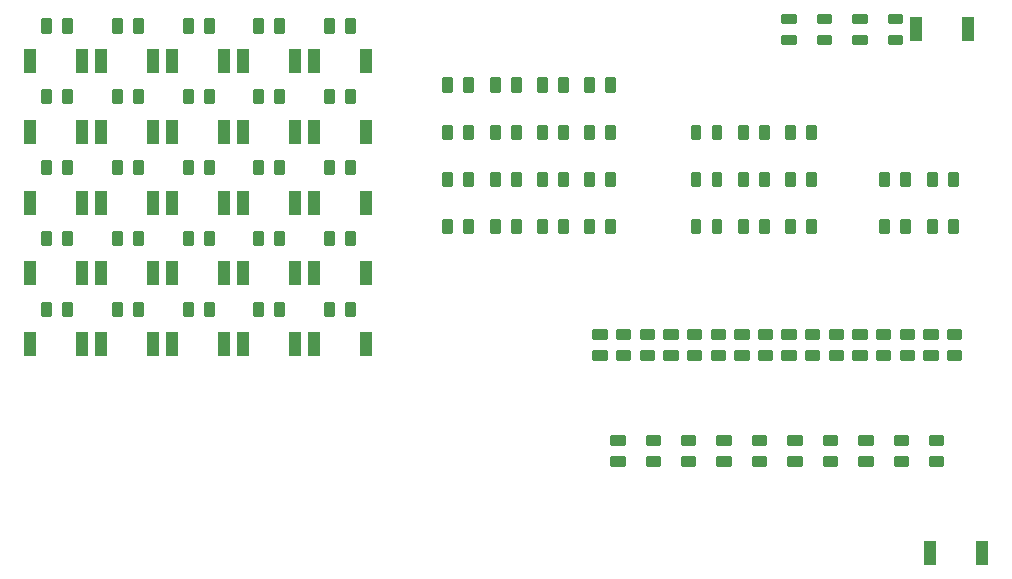
<source format=gtp>
G04 EAGLE Gerber RS-274X export*
G75*
%MOMM*%
%FSLAX34Y34*%
%LPD*%
%INTop Paste*%
%IPPOS*%
%AMOC8*
5,1,8,0,0,1.08239X$1,22.5*%
G01*
G04 Define Apertures*
%ADD10C,0.222250*%
%ADD11R,1.050000X2.000000*%
D10*
X44444Y484761D02*
X37776Y484761D01*
X37776Y495239D01*
X44444Y495239D01*
X44444Y484761D01*
X44444Y486873D02*
X37776Y486873D01*
X37776Y488985D02*
X44444Y488985D01*
X44444Y491097D02*
X37776Y491097D01*
X37776Y493209D02*
X44444Y493209D01*
X55556Y484761D02*
X62224Y484761D01*
X55556Y484761D02*
X55556Y495239D01*
X62224Y495239D01*
X62224Y484761D01*
X62224Y486873D02*
X55556Y486873D01*
X55556Y488985D02*
X62224Y488985D01*
X62224Y491097D02*
X55556Y491097D01*
X55556Y493209D02*
X62224Y493209D01*
D11*
X27975Y460000D03*
X72025Y460000D03*
X27975Y400000D03*
X72025Y400000D03*
X27975Y340000D03*
X72025Y340000D03*
X27975Y280000D03*
X72025Y280000D03*
X27975Y220000D03*
X72025Y220000D03*
X87975Y460000D03*
X132025Y460000D03*
X87975Y400000D03*
X132025Y400000D03*
X87975Y340000D03*
X132025Y340000D03*
X87975Y280000D03*
X132025Y280000D03*
X87975Y220000D03*
X132025Y220000D03*
X147975Y460000D03*
X192025Y460000D03*
X147975Y400000D03*
X192025Y400000D03*
X147975Y340000D03*
X192025Y340000D03*
X147975Y280000D03*
X192025Y280000D03*
X147975Y220000D03*
X192025Y220000D03*
X207975Y460000D03*
X252025Y460000D03*
X207975Y400000D03*
X252025Y400000D03*
X207975Y340000D03*
X252025Y340000D03*
X207975Y280000D03*
X252025Y280000D03*
X207975Y220000D03*
X252025Y220000D03*
X267975Y460000D03*
X312025Y460000D03*
X267975Y400000D03*
X312025Y400000D03*
X267975Y340000D03*
X312025Y340000D03*
X267975Y280000D03*
X312025Y280000D03*
X267975Y220000D03*
X312025Y220000D03*
D10*
X44444Y424761D02*
X37776Y424761D01*
X37776Y435239D01*
X44444Y435239D01*
X44444Y424761D01*
X44444Y426873D02*
X37776Y426873D01*
X37776Y428985D02*
X44444Y428985D01*
X44444Y431097D02*
X37776Y431097D01*
X37776Y433209D02*
X44444Y433209D01*
X55556Y424761D02*
X62224Y424761D01*
X55556Y424761D02*
X55556Y435239D01*
X62224Y435239D01*
X62224Y424761D01*
X62224Y426873D02*
X55556Y426873D01*
X55556Y428985D02*
X62224Y428985D01*
X62224Y431097D02*
X55556Y431097D01*
X55556Y433209D02*
X62224Y433209D01*
X44444Y364761D02*
X37776Y364761D01*
X37776Y375239D01*
X44444Y375239D01*
X44444Y364761D01*
X44444Y366873D02*
X37776Y366873D01*
X37776Y368985D02*
X44444Y368985D01*
X44444Y371097D02*
X37776Y371097D01*
X37776Y373209D02*
X44444Y373209D01*
X55556Y364761D02*
X62224Y364761D01*
X55556Y364761D02*
X55556Y375239D01*
X62224Y375239D01*
X62224Y364761D01*
X62224Y366873D02*
X55556Y366873D01*
X55556Y368985D02*
X62224Y368985D01*
X62224Y371097D02*
X55556Y371097D01*
X55556Y373209D02*
X62224Y373209D01*
X44444Y304761D02*
X37776Y304761D01*
X37776Y315239D01*
X44444Y315239D01*
X44444Y304761D01*
X44444Y306873D02*
X37776Y306873D01*
X37776Y308985D02*
X44444Y308985D01*
X44444Y311097D02*
X37776Y311097D01*
X37776Y313209D02*
X44444Y313209D01*
X55556Y304761D02*
X62224Y304761D01*
X55556Y304761D02*
X55556Y315239D01*
X62224Y315239D01*
X62224Y304761D01*
X62224Y306873D02*
X55556Y306873D01*
X55556Y308985D02*
X62224Y308985D01*
X62224Y311097D02*
X55556Y311097D01*
X55556Y313209D02*
X62224Y313209D01*
X44444Y244761D02*
X37776Y244761D01*
X37776Y255239D01*
X44444Y255239D01*
X44444Y244761D01*
X44444Y246873D02*
X37776Y246873D01*
X37776Y248985D02*
X44444Y248985D01*
X44444Y251097D02*
X37776Y251097D01*
X37776Y253209D02*
X44444Y253209D01*
X55556Y244761D02*
X62224Y244761D01*
X55556Y244761D02*
X55556Y255239D01*
X62224Y255239D01*
X62224Y244761D01*
X62224Y246873D02*
X55556Y246873D01*
X55556Y248985D02*
X62224Y248985D01*
X62224Y251097D02*
X55556Y251097D01*
X55556Y253209D02*
X62224Y253209D01*
X97776Y484761D02*
X104444Y484761D01*
X97776Y484761D02*
X97776Y495239D01*
X104444Y495239D01*
X104444Y484761D01*
X104444Y486873D02*
X97776Y486873D01*
X97776Y488985D02*
X104444Y488985D01*
X104444Y491097D02*
X97776Y491097D01*
X97776Y493209D02*
X104444Y493209D01*
X115556Y484761D02*
X122224Y484761D01*
X115556Y484761D02*
X115556Y495239D01*
X122224Y495239D01*
X122224Y484761D01*
X122224Y486873D02*
X115556Y486873D01*
X115556Y488985D02*
X122224Y488985D01*
X122224Y491097D02*
X115556Y491097D01*
X115556Y493209D02*
X122224Y493209D01*
X104444Y424761D02*
X97776Y424761D01*
X97776Y435239D01*
X104444Y435239D01*
X104444Y424761D01*
X104444Y426873D02*
X97776Y426873D01*
X97776Y428985D02*
X104444Y428985D01*
X104444Y431097D02*
X97776Y431097D01*
X97776Y433209D02*
X104444Y433209D01*
X115556Y424761D02*
X122224Y424761D01*
X115556Y424761D02*
X115556Y435239D01*
X122224Y435239D01*
X122224Y424761D01*
X122224Y426873D02*
X115556Y426873D01*
X115556Y428985D02*
X122224Y428985D01*
X122224Y431097D02*
X115556Y431097D01*
X115556Y433209D02*
X122224Y433209D01*
X104444Y364761D02*
X97776Y364761D01*
X97776Y375239D01*
X104444Y375239D01*
X104444Y364761D01*
X104444Y366873D02*
X97776Y366873D01*
X97776Y368985D02*
X104444Y368985D01*
X104444Y371097D02*
X97776Y371097D01*
X97776Y373209D02*
X104444Y373209D01*
X115556Y364761D02*
X122224Y364761D01*
X115556Y364761D02*
X115556Y375239D01*
X122224Y375239D01*
X122224Y364761D01*
X122224Y366873D02*
X115556Y366873D01*
X115556Y368985D02*
X122224Y368985D01*
X122224Y371097D02*
X115556Y371097D01*
X115556Y373209D02*
X122224Y373209D01*
X104444Y304761D02*
X97776Y304761D01*
X97776Y315239D01*
X104444Y315239D01*
X104444Y304761D01*
X104444Y306873D02*
X97776Y306873D01*
X97776Y308985D02*
X104444Y308985D01*
X104444Y311097D02*
X97776Y311097D01*
X97776Y313209D02*
X104444Y313209D01*
X115556Y304761D02*
X122224Y304761D01*
X115556Y304761D02*
X115556Y315239D01*
X122224Y315239D01*
X122224Y304761D01*
X122224Y306873D02*
X115556Y306873D01*
X115556Y308985D02*
X122224Y308985D01*
X122224Y311097D02*
X115556Y311097D01*
X115556Y313209D02*
X122224Y313209D01*
X104444Y244761D02*
X97776Y244761D01*
X97776Y255239D01*
X104444Y255239D01*
X104444Y244761D01*
X104444Y246873D02*
X97776Y246873D01*
X97776Y248985D02*
X104444Y248985D01*
X104444Y251097D02*
X97776Y251097D01*
X97776Y253209D02*
X104444Y253209D01*
X115556Y244761D02*
X122224Y244761D01*
X115556Y244761D02*
X115556Y255239D01*
X122224Y255239D01*
X122224Y244761D01*
X122224Y246873D02*
X115556Y246873D01*
X115556Y248985D02*
X122224Y248985D01*
X122224Y251097D02*
X115556Y251097D01*
X115556Y253209D02*
X122224Y253209D01*
X157776Y484761D02*
X164444Y484761D01*
X157776Y484761D02*
X157776Y495239D01*
X164444Y495239D01*
X164444Y484761D01*
X164444Y486873D02*
X157776Y486873D01*
X157776Y488985D02*
X164444Y488985D01*
X164444Y491097D02*
X157776Y491097D01*
X157776Y493209D02*
X164444Y493209D01*
X175556Y484761D02*
X182224Y484761D01*
X175556Y484761D02*
X175556Y495239D01*
X182224Y495239D01*
X182224Y484761D01*
X182224Y486873D02*
X175556Y486873D01*
X175556Y488985D02*
X182224Y488985D01*
X182224Y491097D02*
X175556Y491097D01*
X175556Y493209D02*
X182224Y493209D01*
X164444Y424761D02*
X157776Y424761D01*
X157776Y435239D01*
X164444Y435239D01*
X164444Y424761D01*
X164444Y426873D02*
X157776Y426873D01*
X157776Y428985D02*
X164444Y428985D01*
X164444Y431097D02*
X157776Y431097D01*
X157776Y433209D02*
X164444Y433209D01*
X175556Y424761D02*
X182224Y424761D01*
X175556Y424761D02*
X175556Y435239D01*
X182224Y435239D01*
X182224Y424761D01*
X182224Y426873D02*
X175556Y426873D01*
X175556Y428985D02*
X182224Y428985D01*
X182224Y431097D02*
X175556Y431097D01*
X175556Y433209D02*
X182224Y433209D01*
X164444Y364761D02*
X157776Y364761D01*
X157776Y375239D01*
X164444Y375239D01*
X164444Y364761D01*
X164444Y366873D02*
X157776Y366873D01*
X157776Y368985D02*
X164444Y368985D01*
X164444Y371097D02*
X157776Y371097D01*
X157776Y373209D02*
X164444Y373209D01*
X175556Y364761D02*
X182224Y364761D01*
X175556Y364761D02*
X175556Y375239D01*
X182224Y375239D01*
X182224Y364761D01*
X182224Y366873D02*
X175556Y366873D01*
X175556Y368985D02*
X182224Y368985D01*
X182224Y371097D02*
X175556Y371097D01*
X175556Y373209D02*
X182224Y373209D01*
X164444Y304761D02*
X157776Y304761D01*
X157776Y315239D01*
X164444Y315239D01*
X164444Y304761D01*
X164444Y306873D02*
X157776Y306873D01*
X157776Y308985D02*
X164444Y308985D01*
X164444Y311097D02*
X157776Y311097D01*
X157776Y313209D02*
X164444Y313209D01*
X175556Y304761D02*
X182224Y304761D01*
X175556Y304761D02*
X175556Y315239D01*
X182224Y315239D01*
X182224Y304761D01*
X182224Y306873D02*
X175556Y306873D01*
X175556Y308985D02*
X182224Y308985D01*
X182224Y311097D02*
X175556Y311097D01*
X175556Y313209D02*
X182224Y313209D01*
X164444Y244761D02*
X157776Y244761D01*
X157776Y255239D01*
X164444Y255239D01*
X164444Y244761D01*
X164444Y246873D02*
X157776Y246873D01*
X157776Y248985D02*
X164444Y248985D01*
X164444Y251097D02*
X157776Y251097D01*
X157776Y253209D02*
X164444Y253209D01*
X175556Y244761D02*
X182224Y244761D01*
X175556Y244761D02*
X175556Y255239D01*
X182224Y255239D01*
X182224Y244761D01*
X182224Y246873D02*
X175556Y246873D01*
X175556Y248985D02*
X182224Y248985D01*
X182224Y251097D02*
X175556Y251097D01*
X175556Y253209D02*
X182224Y253209D01*
X217776Y484761D02*
X224444Y484761D01*
X217776Y484761D02*
X217776Y495239D01*
X224444Y495239D01*
X224444Y484761D01*
X224444Y486873D02*
X217776Y486873D01*
X217776Y488985D02*
X224444Y488985D01*
X224444Y491097D02*
X217776Y491097D01*
X217776Y493209D02*
X224444Y493209D01*
X235556Y484761D02*
X242224Y484761D01*
X235556Y484761D02*
X235556Y495239D01*
X242224Y495239D01*
X242224Y484761D01*
X242224Y486873D02*
X235556Y486873D01*
X235556Y488985D02*
X242224Y488985D01*
X242224Y491097D02*
X235556Y491097D01*
X235556Y493209D02*
X242224Y493209D01*
X224444Y424761D02*
X217776Y424761D01*
X217776Y435239D01*
X224444Y435239D01*
X224444Y424761D01*
X224444Y426873D02*
X217776Y426873D01*
X217776Y428985D02*
X224444Y428985D01*
X224444Y431097D02*
X217776Y431097D01*
X217776Y433209D02*
X224444Y433209D01*
X235556Y424761D02*
X242224Y424761D01*
X235556Y424761D02*
X235556Y435239D01*
X242224Y435239D01*
X242224Y424761D01*
X242224Y426873D02*
X235556Y426873D01*
X235556Y428985D02*
X242224Y428985D01*
X242224Y431097D02*
X235556Y431097D01*
X235556Y433209D02*
X242224Y433209D01*
X224444Y364761D02*
X217776Y364761D01*
X217776Y375239D01*
X224444Y375239D01*
X224444Y364761D01*
X224444Y366873D02*
X217776Y366873D01*
X217776Y368985D02*
X224444Y368985D01*
X224444Y371097D02*
X217776Y371097D01*
X217776Y373209D02*
X224444Y373209D01*
X235556Y364761D02*
X242224Y364761D01*
X235556Y364761D02*
X235556Y375239D01*
X242224Y375239D01*
X242224Y364761D01*
X242224Y366873D02*
X235556Y366873D01*
X235556Y368985D02*
X242224Y368985D01*
X242224Y371097D02*
X235556Y371097D01*
X235556Y373209D02*
X242224Y373209D01*
X224444Y304761D02*
X217776Y304761D01*
X217776Y315239D01*
X224444Y315239D01*
X224444Y304761D01*
X224444Y306873D02*
X217776Y306873D01*
X217776Y308985D02*
X224444Y308985D01*
X224444Y311097D02*
X217776Y311097D01*
X217776Y313209D02*
X224444Y313209D01*
X235556Y304761D02*
X242224Y304761D01*
X235556Y304761D02*
X235556Y315239D01*
X242224Y315239D01*
X242224Y304761D01*
X242224Y306873D02*
X235556Y306873D01*
X235556Y308985D02*
X242224Y308985D01*
X242224Y311097D02*
X235556Y311097D01*
X235556Y313209D02*
X242224Y313209D01*
X224444Y244761D02*
X217776Y244761D01*
X217776Y255239D01*
X224444Y255239D01*
X224444Y244761D01*
X224444Y246873D02*
X217776Y246873D01*
X217776Y248985D02*
X224444Y248985D01*
X224444Y251097D02*
X217776Y251097D01*
X217776Y253209D02*
X224444Y253209D01*
X235556Y244761D02*
X242224Y244761D01*
X235556Y244761D02*
X235556Y255239D01*
X242224Y255239D01*
X242224Y244761D01*
X242224Y246873D02*
X235556Y246873D01*
X235556Y248985D02*
X242224Y248985D01*
X242224Y251097D02*
X235556Y251097D01*
X235556Y253209D02*
X242224Y253209D01*
X277776Y484761D02*
X284444Y484761D01*
X277776Y484761D02*
X277776Y495239D01*
X284444Y495239D01*
X284444Y484761D01*
X284444Y486873D02*
X277776Y486873D01*
X277776Y488985D02*
X284444Y488985D01*
X284444Y491097D02*
X277776Y491097D01*
X277776Y493209D02*
X284444Y493209D01*
X295556Y484761D02*
X302224Y484761D01*
X295556Y484761D02*
X295556Y495239D01*
X302224Y495239D01*
X302224Y484761D01*
X302224Y486873D02*
X295556Y486873D01*
X295556Y488985D02*
X302224Y488985D01*
X302224Y491097D02*
X295556Y491097D01*
X295556Y493209D02*
X302224Y493209D01*
X284444Y424761D02*
X277776Y424761D01*
X277776Y435239D01*
X284444Y435239D01*
X284444Y424761D01*
X284444Y426873D02*
X277776Y426873D01*
X277776Y428985D02*
X284444Y428985D01*
X284444Y431097D02*
X277776Y431097D01*
X277776Y433209D02*
X284444Y433209D01*
X295556Y424761D02*
X302224Y424761D01*
X295556Y424761D02*
X295556Y435239D01*
X302224Y435239D01*
X302224Y424761D01*
X302224Y426873D02*
X295556Y426873D01*
X295556Y428985D02*
X302224Y428985D01*
X302224Y431097D02*
X295556Y431097D01*
X295556Y433209D02*
X302224Y433209D01*
X284444Y364761D02*
X277776Y364761D01*
X277776Y375239D01*
X284444Y375239D01*
X284444Y364761D01*
X284444Y366873D02*
X277776Y366873D01*
X277776Y368985D02*
X284444Y368985D01*
X284444Y371097D02*
X277776Y371097D01*
X277776Y373209D02*
X284444Y373209D01*
X295556Y364761D02*
X302224Y364761D01*
X295556Y364761D02*
X295556Y375239D01*
X302224Y375239D01*
X302224Y364761D01*
X302224Y366873D02*
X295556Y366873D01*
X295556Y368985D02*
X302224Y368985D01*
X302224Y371097D02*
X295556Y371097D01*
X295556Y373209D02*
X302224Y373209D01*
X284444Y304761D02*
X277776Y304761D01*
X277776Y315239D01*
X284444Y315239D01*
X284444Y304761D01*
X284444Y306873D02*
X277776Y306873D01*
X277776Y308985D02*
X284444Y308985D01*
X284444Y311097D02*
X277776Y311097D01*
X277776Y313209D02*
X284444Y313209D01*
X295556Y304761D02*
X302224Y304761D01*
X295556Y304761D02*
X295556Y315239D01*
X302224Y315239D01*
X302224Y304761D01*
X302224Y306873D02*
X295556Y306873D01*
X295556Y308985D02*
X302224Y308985D01*
X302224Y311097D02*
X295556Y311097D01*
X295556Y313209D02*
X302224Y313209D01*
X284444Y244761D02*
X277776Y244761D01*
X277776Y255239D01*
X284444Y255239D01*
X284444Y244761D01*
X284444Y246873D02*
X277776Y246873D01*
X277776Y248985D02*
X284444Y248985D01*
X284444Y251097D02*
X277776Y251097D01*
X277776Y253209D02*
X284444Y253209D01*
X295556Y244761D02*
X302224Y244761D01*
X295556Y244761D02*
X295556Y255239D01*
X302224Y255239D01*
X302224Y244761D01*
X302224Y246873D02*
X295556Y246873D01*
X295556Y248985D02*
X302224Y248985D01*
X302224Y251097D02*
X295556Y251097D01*
X295556Y253209D02*
X302224Y253209D01*
X377776Y434761D02*
X384444Y434761D01*
X377776Y434761D02*
X377776Y445239D01*
X384444Y445239D01*
X384444Y434761D01*
X384444Y436873D02*
X377776Y436873D01*
X377776Y438985D02*
X384444Y438985D01*
X384444Y441097D02*
X377776Y441097D01*
X377776Y443209D02*
X384444Y443209D01*
X395556Y434761D02*
X402224Y434761D01*
X395556Y434761D02*
X395556Y445239D01*
X402224Y445239D01*
X402224Y434761D01*
X402224Y436873D02*
X395556Y436873D01*
X395556Y438985D02*
X402224Y438985D01*
X402224Y441097D02*
X395556Y441097D01*
X395556Y443209D02*
X402224Y443209D01*
X384444Y394761D02*
X377776Y394761D01*
X377776Y405239D01*
X384444Y405239D01*
X384444Y394761D01*
X384444Y396873D02*
X377776Y396873D01*
X377776Y398985D02*
X384444Y398985D01*
X384444Y401097D02*
X377776Y401097D01*
X377776Y403209D02*
X384444Y403209D01*
X395556Y394761D02*
X402224Y394761D01*
X395556Y394761D02*
X395556Y405239D01*
X402224Y405239D01*
X402224Y394761D01*
X402224Y396873D02*
X395556Y396873D01*
X395556Y398985D02*
X402224Y398985D01*
X402224Y401097D02*
X395556Y401097D01*
X395556Y403209D02*
X402224Y403209D01*
X384444Y354761D02*
X377776Y354761D01*
X377776Y365239D01*
X384444Y365239D01*
X384444Y354761D01*
X384444Y356873D02*
X377776Y356873D01*
X377776Y358985D02*
X384444Y358985D01*
X384444Y361097D02*
X377776Y361097D01*
X377776Y363209D02*
X384444Y363209D01*
X395556Y354761D02*
X402224Y354761D01*
X395556Y354761D02*
X395556Y365239D01*
X402224Y365239D01*
X402224Y354761D01*
X402224Y356873D02*
X395556Y356873D01*
X395556Y358985D02*
X402224Y358985D01*
X402224Y361097D02*
X395556Y361097D01*
X395556Y363209D02*
X402224Y363209D01*
X384444Y314761D02*
X377776Y314761D01*
X377776Y325239D01*
X384444Y325239D01*
X384444Y314761D01*
X384444Y316873D02*
X377776Y316873D01*
X377776Y318985D02*
X384444Y318985D01*
X384444Y321097D02*
X377776Y321097D01*
X377776Y323209D02*
X384444Y323209D01*
X395556Y314761D02*
X402224Y314761D01*
X395556Y314761D02*
X395556Y325239D01*
X402224Y325239D01*
X402224Y314761D01*
X402224Y316873D02*
X395556Y316873D01*
X395556Y318985D02*
X402224Y318985D01*
X402224Y321097D02*
X395556Y321097D01*
X395556Y323209D02*
X402224Y323209D01*
X417776Y434761D02*
X424444Y434761D01*
X417776Y434761D02*
X417776Y445239D01*
X424444Y445239D01*
X424444Y434761D01*
X424444Y436873D02*
X417776Y436873D01*
X417776Y438985D02*
X424444Y438985D01*
X424444Y441097D02*
X417776Y441097D01*
X417776Y443209D02*
X424444Y443209D01*
X435556Y434761D02*
X442224Y434761D01*
X435556Y434761D02*
X435556Y445239D01*
X442224Y445239D01*
X442224Y434761D01*
X442224Y436873D02*
X435556Y436873D01*
X435556Y438985D02*
X442224Y438985D01*
X442224Y441097D02*
X435556Y441097D01*
X435556Y443209D02*
X442224Y443209D01*
X424444Y394761D02*
X417776Y394761D01*
X417776Y405239D01*
X424444Y405239D01*
X424444Y394761D01*
X424444Y396873D02*
X417776Y396873D01*
X417776Y398985D02*
X424444Y398985D01*
X424444Y401097D02*
X417776Y401097D01*
X417776Y403209D02*
X424444Y403209D01*
X435556Y394761D02*
X442224Y394761D01*
X435556Y394761D02*
X435556Y405239D01*
X442224Y405239D01*
X442224Y394761D01*
X442224Y396873D02*
X435556Y396873D01*
X435556Y398985D02*
X442224Y398985D01*
X442224Y401097D02*
X435556Y401097D01*
X435556Y403209D02*
X442224Y403209D01*
X424444Y354761D02*
X417776Y354761D01*
X417776Y365239D01*
X424444Y365239D01*
X424444Y354761D01*
X424444Y356873D02*
X417776Y356873D01*
X417776Y358985D02*
X424444Y358985D01*
X424444Y361097D02*
X417776Y361097D01*
X417776Y363209D02*
X424444Y363209D01*
X435556Y354761D02*
X442224Y354761D01*
X435556Y354761D02*
X435556Y365239D01*
X442224Y365239D01*
X442224Y354761D01*
X442224Y356873D02*
X435556Y356873D01*
X435556Y358985D02*
X442224Y358985D01*
X442224Y361097D02*
X435556Y361097D01*
X435556Y363209D02*
X442224Y363209D01*
X424444Y314761D02*
X417776Y314761D01*
X417776Y325239D01*
X424444Y325239D01*
X424444Y314761D01*
X424444Y316873D02*
X417776Y316873D01*
X417776Y318985D02*
X424444Y318985D01*
X424444Y321097D02*
X417776Y321097D01*
X417776Y323209D02*
X424444Y323209D01*
X435556Y314761D02*
X442224Y314761D01*
X435556Y314761D02*
X435556Y325239D01*
X442224Y325239D01*
X442224Y314761D01*
X442224Y316873D02*
X435556Y316873D01*
X435556Y318985D02*
X442224Y318985D01*
X442224Y321097D02*
X435556Y321097D01*
X435556Y323209D02*
X442224Y323209D01*
X457776Y434761D02*
X464444Y434761D01*
X457776Y434761D02*
X457776Y445239D01*
X464444Y445239D01*
X464444Y434761D01*
X464444Y436873D02*
X457776Y436873D01*
X457776Y438985D02*
X464444Y438985D01*
X464444Y441097D02*
X457776Y441097D01*
X457776Y443209D02*
X464444Y443209D01*
X475556Y434761D02*
X482224Y434761D01*
X475556Y434761D02*
X475556Y445239D01*
X482224Y445239D01*
X482224Y434761D01*
X482224Y436873D02*
X475556Y436873D01*
X475556Y438985D02*
X482224Y438985D01*
X482224Y441097D02*
X475556Y441097D01*
X475556Y443209D02*
X482224Y443209D01*
X464444Y394761D02*
X457776Y394761D01*
X457776Y405239D01*
X464444Y405239D01*
X464444Y394761D01*
X464444Y396873D02*
X457776Y396873D01*
X457776Y398985D02*
X464444Y398985D01*
X464444Y401097D02*
X457776Y401097D01*
X457776Y403209D02*
X464444Y403209D01*
X475556Y394761D02*
X482224Y394761D01*
X475556Y394761D02*
X475556Y405239D01*
X482224Y405239D01*
X482224Y394761D01*
X482224Y396873D02*
X475556Y396873D01*
X475556Y398985D02*
X482224Y398985D01*
X482224Y401097D02*
X475556Y401097D01*
X475556Y403209D02*
X482224Y403209D01*
X464444Y354761D02*
X457776Y354761D01*
X457776Y365239D01*
X464444Y365239D01*
X464444Y354761D01*
X464444Y356873D02*
X457776Y356873D01*
X457776Y358985D02*
X464444Y358985D01*
X464444Y361097D02*
X457776Y361097D01*
X457776Y363209D02*
X464444Y363209D01*
X475556Y354761D02*
X482224Y354761D01*
X475556Y354761D02*
X475556Y365239D01*
X482224Y365239D01*
X482224Y354761D01*
X482224Y356873D02*
X475556Y356873D01*
X475556Y358985D02*
X482224Y358985D01*
X482224Y361097D02*
X475556Y361097D01*
X475556Y363209D02*
X482224Y363209D01*
X464444Y314761D02*
X457776Y314761D01*
X457776Y325239D01*
X464444Y325239D01*
X464444Y314761D01*
X464444Y316873D02*
X457776Y316873D01*
X457776Y318985D02*
X464444Y318985D01*
X464444Y321097D02*
X457776Y321097D01*
X457776Y323209D02*
X464444Y323209D01*
X475556Y314761D02*
X482224Y314761D01*
X475556Y314761D02*
X475556Y325239D01*
X482224Y325239D01*
X482224Y314761D01*
X482224Y316873D02*
X475556Y316873D01*
X475556Y318985D02*
X482224Y318985D01*
X482224Y321097D02*
X475556Y321097D01*
X475556Y323209D02*
X482224Y323209D01*
X497776Y434761D02*
X504444Y434761D01*
X497776Y434761D02*
X497776Y445239D01*
X504444Y445239D01*
X504444Y434761D01*
X504444Y436873D02*
X497776Y436873D01*
X497776Y438985D02*
X504444Y438985D01*
X504444Y441097D02*
X497776Y441097D01*
X497776Y443209D02*
X504444Y443209D01*
X515556Y434761D02*
X522224Y434761D01*
X515556Y434761D02*
X515556Y445239D01*
X522224Y445239D01*
X522224Y434761D01*
X522224Y436873D02*
X515556Y436873D01*
X515556Y438985D02*
X522224Y438985D01*
X522224Y441097D02*
X515556Y441097D01*
X515556Y443209D02*
X522224Y443209D01*
X504444Y394761D02*
X497776Y394761D01*
X497776Y405239D01*
X504444Y405239D01*
X504444Y394761D01*
X504444Y396873D02*
X497776Y396873D01*
X497776Y398985D02*
X504444Y398985D01*
X504444Y401097D02*
X497776Y401097D01*
X497776Y403209D02*
X504444Y403209D01*
X515556Y394761D02*
X522224Y394761D01*
X515556Y394761D02*
X515556Y405239D01*
X522224Y405239D01*
X522224Y394761D01*
X522224Y396873D02*
X515556Y396873D01*
X515556Y398985D02*
X522224Y398985D01*
X522224Y401097D02*
X515556Y401097D01*
X515556Y403209D02*
X522224Y403209D01*
X504444Y354761D02*
X497776Y354761D01*
X497776Y365239D01*
X504444Y365239D01*
X504444Y354761D01*
X504444Y356873D02*
X497776Y356873D01*
X497776Y358985D02*
X504444Y358985D01*
X504444Y361097D02*
X497776Y361097D01*
X497776Y363209D02*
X504444Y363209D01*
X515556Y354761D02*
X522224Y354761D01*
X515556Y354761D02*
X515556Y365239D01*
X522224Y365239D01*
X522224Y354761D01*
X522224Y356873D02*
X515556Y356873D01*
X515556Y358985D02*
X522224Y358985D01*
X522224Y361097D02*
X515556Y361097D01*
X515556Y363209D02*
X522224Y363209D01*
X504444Y314761D02*
X497776Y314761D01*
X497776Y325239D01*
X504444Y325239D01*
X504444Y314761D01*
X504444Y316873D02*
X497776Y316873D01*
X497776Y318985D02*
X504444Y318985D01*
X504444Y321097D02*
X497776Y321097D01*
X497776Y323209D02*
X504444Y323209D01*
X515556Y314761D02*
X522224Y314761D01*
X515556Y314761D02*
X515556Y325239D01*
X522224Y325239D01*
X522224Y314761D01*
X522224Y316873D02*
X515556Y316873D01*
X515556Y318985D02*
X522224Y318985D01*
X522224Y321097D02*
X515556Y321097D01*
X515556Y323209D02*
X522224Y323209D01*
X587776Y394761D02*
X594444Y394761D01*
X587776Y394761D02*
X587776Y405239D01*
X594444Y405239D01*
X594444Y394761D01*
X594444Y396873D02*
X587776Y396873D01*
X587776Y398985D02*
X594444Y398985D01*
X594444Y401097D02*
X587776Y401097D01*
X587776Y403209D02*
X594444Y403209D01*
X605556Y394761D02*
X612224Y394761D01*
X605556Y394761D02*
X605556Y405239D01*
X612224Y405239D01*
X612224Y394761D01*
X612224Y396873D02*
X605556Y396873D01*
X605556Y398985D02*
X612224Y398985D01*
X612224Y401097D02*
X605556Y401097D01*
X605556Y403209D02*
X612224Y403209D01*
X594444Y354761D02*
X587776Y354761D01*
X587776Y365239D01*
X594444Y365239D01*
X594444Y354761D01*
X594444Y356873D02*
X587776Y356873D01*
X587776Y358985D02*
X594444Y358985D01*
X594444Y361097D02*
X587776Y361097D01*
X587776Y363209D02*
X594444Y363209D01*
X605556Y354761D02*
X612224Y354761D01*
X605556Y354761D02*
X605556Y365239D01*
X612224Y365239D01*
X612224Y354761D01*
X612224Y356873D02*
X605556Y356873D01*
X605556Y358985D02*
X612224Y358985D01*
X612224Y361097D02*
X605556Y361097D01*
X605556Y363209D02*
X612224Y363209D01*
X594444Y314761D02*
X587776Y314761D01*
X587776Y325239D01*
X594444Y325239D01*
X594444Y314761D01*
X594444Y316873D02*
X587776Y316873D01*
X587776Y318985D02*
X594444Y318985D01*
X594444Y321097D02*
X587776Y321097D01*
X587776Y323209D02*
X594444Y323209D01*
X605556Y314761D02*
X612224Y314761D01*
X605556Y314761D02*
X605556Y325239D01*
X612224Y325239D01*
X612224Y314761D01*
X612224Y316873D02*
X605556Y316873D01*
X605556Y318985D02*
X612224Y318985D01*
X612224Y321097D02*
X605556Y321097D01*
X605556Y323209D02*
X612224Y323209D01*
X627776Y394761D02*
X634444Y394761D01*
X627776Y394761D02*
X627776Y405239D01*
X634444Y405239D01*
X634444Y394761D01*
X634444Y396873D02*
X627776Y396873D01*
X627776Y398985D02*
X634444Y398985D01*
X634444Y401097D02*
X627776Y401097D01*
X627776Y403209D02*
X634444Y403209D01*
X645556Y394761D02*
X652224Y394761D01*
X645556Y394761D02*
X645556Y405239D01*
X652224Y405239D01*
X652224Y394761D01*
X652224Y396873D02*
X645556Y396873D01*
X645556Y398985D02*
X652224Y398985D01*
X652224Y401097D02*
X645556Y401097D01*
X645556Y403209D02*
X652224Y403209D01*
X634444Y354761D02*
X627776Y354761D01*
X627776Y365239D01*
X634444Y365239D01*
X634444Y354761D01*
X634444Y356873D02*
X627776Y356873D01*
X627776Y358985D02*
X634444Y358985D01*
X634444Y361097D02*
X627776Y361097D01*
X627776Y363209D02*
X634444Y363209D01*
X645556Y354761D02*
X652224Y354761D01*
X645556Y354761D02*
X645556Y365239D01*
X652224Y365239D01*
X652224Y354761D01*
X652224Y356873D02*
X645556Y356873D01*
X645556Y358985D02*
X652224Y358985D01*
X652224Y361097D02*
X645556Y361097D01*
X645556Y363209D02*
X652224Y363209D01*
X634444Y314761D02*
X627776Y314761D01*
X627776Y325239D01*
X634444Y325239D01*
X634444Y314761D01*
X634444Y316873D02*
X627776Y316873D01*
X627776Y318985D02*
X634444Y318985D01*
X634444Y321097D02*
X627776Y321097D01*
X627776Y323209D02*
X634444Y323209D01*
X645556Y314761D02*
X652224Y314761D01*
X645556Y314761D02*
X645556Y325239D01*
X652224Y325239D01*
X652224Y314761D01*
X652224Y316873D02*
X645556Y316873D01*
X645556Y318985D02*
X652224Y318985D01*
X652224Y321097D02*
X645556Y321097D01*
X645556Y323209D02*
X652224Y323209D01*
X667776Y394761D02*
X674444Y394761D01*
X667776Y394761D02*
X667776Y405239D01*
X674444Y405239D01*
X674444Y394761D01*
X674444Y396873D02*
X667776Y396873D01*
X667776Y398985D02*
X674444Y398985D01*
X674444Y401097D02*
X667776Y401097D01*
X667776Y403209D02*
X674444Y403209D01*
X685556Y394761D02*
X692224Y394761D01*
X685556Y394761D02*
X685556Y405239D01*
X692224Y405239D01*
X692224Y394761D01*
X692224Y396873D02*
X685556Y396873D01*
X685556Y398985D02*
X692224Y398985D01*
X692224Y401097D02*
X685556Y401097D01*
X685556Y403209D02*
X692224Y403209D01*
X674444Y354761D02*
X667776Y354761D01*
X667776Y365239D01*
X674444Y365239D01*
X674444Y354761D01*
X674444Y356873D02*
X667776Y356873D01*
X667776Y358985D02*
X674444Y358985D01*
X674444Y361097D02*
X667776Y361097D01*
X667776Y363209D02*
X674444Y363209D01*
X685556Y354761D02*
X692224Y354761D01*
X685556Y354761D02*
X685556Y365239D01*
X692224Y365239D01*
X692224Y354761D01*
X692224Y356873D02*
X685556Y356873D01*
X685556Y358985D02*
X692224Y358985D01*
X692224Y361097D02*
X685556Y361097D01*
X685556Y363209D02*
X692224Y363209D01*
X674444Y314761D02*
X667776Y314761D01*
X667776Y325239D01*
X674444Y325239D01*
X674444Y314761D01*
X674444Y316873D02*
X667776Y316873D01*
X667776Y318985D02*
X674444Y318985D01*
X674444Y321097D02*
X667776Y321097D01*
X667776Y323209D02*
X674444Y323209D01*
X685556Y314761D02*
X692224Y314761D01*
X685556Y314761D02*
X685556Y325239D01*
X692224Y325239D01*
X692224Y314761D01*
X692224Y316873D02*
X685556Y316873D01*
X685556Y318985D02*
X692224Y318985D01*
X692224Y321097D02*
X685556Y321097D01*
X685556Y323209D02*
X692224Y323209D01*
X747776Y354761D02*
X754444Y354761D01*
X747776Y354761D02*
X747776Y365239D01*
X754444Y365239D01*
X754444Y354761D01*
X754444Y356873D02*
X747776Y356873D01*
X747776Y358985D02*
X754444Y358985D01*
X754444Y361097D02*
X747776Y361097D01*
X747776Y363209D02*
X754444Y363209D01*
X765556Y354761D02*
X772224Y354761D01*
X765556Y354761D02*
X765556Y365239D01*
X772224Y365239D01*
X772224Y354761D01*
X772224Y356873D02*
X765556Y356873D01*
X765556Y358985D02*
X772224Y358985D01*
X772224Y361097D02*
X765556Y361097D01*
X765556Y363209D02*
X772224Y363209D01*
X754444Y314761D02*
X747776Y314761D01*
X747776Y325239D01*
X754444Y325239D01*
X754444Y314761D01*
X754444Y316873D02*
X747776Y316873D01*
X747776Y318985D02*
X754444Y318985D01*
X754444Y321097D02*
X747776Y321097D01*
X747776Y323209D02*
X754444Y323209D01*
X765556Y314761D02*
X772224Y314761D01*
X765556Y314761D02*
X765556Y325239D01*
X772224Y325239D01*
X772224Y314761D01*
X772224Y316873D02*
X765556Y316873D01*
X765556Y318985D02*
X772224Y318985D01*
X772224Y321097D02*
X765556Y321097D01*
X765556Y323209D02*
X772224Y323209D01*
X787776Y354761D02*
X794444Y354761D01*
X787776Y354761D02*
X787776Y365239D01*
X794444Y365239D01*
X794444Y354761D01*
X794444Y356873D02*
X787776Y356873D01*
X787776Y358985D02*
X794444Y358985D01*
X794444Y361097D02*
X787776Y361097D01*
X787776Y363209D02*
X794444Y363209D01*
X805556Y354761D02*
X812224Y354761D01*
X805556Y354761D02*
X805556Y365239D01*
X812224Y365239D01*
X812224Y354761D01*
X812224Y356873D02*
X805556Y356873D01*
X805556Y358985D02*
X812224Y358985D01*
X812224Y361097D02*
X805556Y361097D01*
X805556Y363209D02*
X812224Y363209D01*
X794444Y314761D02*
X787776Y314761D01*
X787776Y325239D01*
X794444Y325239D01*
X794444Y314761D01*
X794444Y316873D02*
X787776Y316873D01*
X787776Y318985D02*
X794444Y318985D01*
X794444Y321097D02*
X787776Y321097D01*
X787776Y323209D02*
X794444Y323209D01*
X805556Y314761D02*
X812224Y314761D01*
X805556Y314761D02*
X805556Y325239D01*
X812224Y325239D01*
X812224Y314761D01*
X812224Y316873D02*
X805556Y316873D01*
X805556Y318985D02*
X812224Y318985D01*
X812224Y321097D02*
X805556Y321097D01*
X805556Y323209D02*
X812224Y323209D01*
X635239Y214444D02*
X635239Y207776D01*
X624761Y207776D01*
X624761Y214444D01*
X635239Y214444D01*
X635239Y209888D02*
X624761Y209888D01*
X624761Y212000D02*
X635239Y212000D01*
X635239Y214112D02*
X624761Y214112D01*
X635239Y225556D02*
X635239Y232224D01*
X635239Y225556D02*
X624761Y225556D01*
X624761Y232224D01*
X635239Y232224D01*
X635239Y227668D02*
X624761Y227668D01*
X624761Y229780D02*
X635239Y229780D01*
X635239Y231892D02*
X624761Y231892D01*
X655239Y214444D02*
X655239Y207776D01*
X644761Y207776D01*
X644761Y214444D01*
X655239Y214444D01*
X655239Y209888D02*
X644761Y209888D01*
X644761Y212000D02*
X655239Y212000D01*
X655239Y214112D02*
X644761Y214112D01*
X655239Y225556D02*
X655239Y232224D01*
X655239Y225556D02*
X644761Y225556D01*
X644761Y232224D01*
X655239Y232224D01*
X655239Y227668D02*
X644761Y227668D01*
X644761Y229780D02*
X655239Y229780D01*
X655239Y231892D02*
X644761Y231892D01*
X675239Y214444D02*
X675239Y207776D01*
X664761Y207776D01*
X664761Y214444D01*
X675239Y214444D01*
X675239Y209888D02*
X664761Y209888D01*
X664761Y212000D02*
X675239Y212000D01*
X675239Y214112D02*
X664761Y214112D01*
X675239Y225556D02*
X675239Y232224D01*
X675239Y225556D02*
X664761Y225556D01*
X664761Y232224D01*
X675239Y232224D01*
X675239Y227668D02*
X664761Y227668D01*
X664761Y229780D02*
X675239Y229780D01*
X675239Y231892D02*
X664761Y231892D01*
X695239Y214444D02*
X695239Y207776D01*
X684761Y207776D01*
X684761Y214444D01*
X695239Y214444D01*
X695239Y209888D02*
X684761Y209888D01*
X684761Y212000D02*
X695239Y212000D01*
X695239Y214112D02*
X684761Y214112D01*
X695239Y225556D02*
X695239Y232224D01*
X695239Y225556D02*
X684761Y225556D01*
X684761Y232224D01*
X695239Y232224D01*
X695239Y227668D02*
X684761Y227668D01*
X684761Y229780D02*
X695239Y229780D01*
X695239Y231892D02*
X684761Y231892D01*
X715239Y214444D02*
X715239Y207776D01*
X704761Y207776D01*
X704761Y214444D01*
X715239Y214444D01*
X715239Y209888D02*
X704761Y209888D01*
X704761Y212000D02*
X715239Y212000D01*
X715239Y214112D02*
X704761Y214112D01*
X715239Y225556D02*
X715239Y232224D01*
X715239Y225556D02*
X704761Y225556D01*
X704761Y232224D01*
X715239Y232224D01*
X715239Y227668D02*
X704761Y227668D01*
X704761Y229780D02*
X715239Y229780D01*
X715239Y231892D02*
X704761Y231892D01*
X735239Y214444D02*
X735239Y207776D01*
X724761Y207776D01*
X724761Y214444D01*
X735239Y214444D01*
X735239Y209888D02*
X724761Y209888D01*
X724761Y212000D02*
X735239Y212000D01*
X735239Y214112D02*
X724761Y214112D01*
X735239Y225556D02*
X735239Y232224D01*
X735239Y225556D02*
X724761Y225556D01*
X724761Y232224D01*
X735239Y232224D01*
X735239Y227668D02*
X724761Y227668D01*
X724761Y229780D02*
X735239Y229780D01*
X735239Y231892D02*
X724761Y231892D01*
X755239Y214444D02*
X755239Y207776D01*
X744761Y207776D01*
X744761Y214444D01*
X755239Y214444D01*
X755239Y209888D02*
X744761Y209888D01*
X744761Y212000D02*
X755239Y212000D01*
X755239Y214112D02*
X744761Y214112D01*
X755239Y225556D02*
X755239Y232224D01*
X755239Y225556D02*
X744761Y225556D01*
X744761Y232224D01*
X755239Y232224D01*
X755239Y227668D02*
X744761Y227668D01*
X744761Y229780D02*
X755239Y229780D01*
X755239Y231892D02*
X744761Y231892D01*
X775239Y214444D02*
X775239Y207776D01*
X764761Y207776D01*
X764761Y214444D01*
X775239Y214444D01*
X775239Y209888D02*
X764761Y209888D01*
X764761Y212000D02*
X775239Y212000D01*
X775239Y214112D02*
X764761Y214112D01*
X775239Y225556D02*
X775239Y232224D01*
X775239Y225556D02*
X764761Y225556D01*
X764761Y232224D01*
X775239Y232224D01*
X775239Y227668D02*
X764761Y227668D01*
X764761Y229780D02*
X775239Y229780D01*
X775239Y231892D02*
X764761Y231892D01*
X795239Y214444D02*
X795239Y207776D01*
X784761Y207776D01*
X784761Y214444D01*
X795239Y214444D01*
X795239Y209888D02*
X784761Y209888D01*
X784761Y212000D02*
X795239Y212000D01*
X795239Y214112D02*
X784761Y214112D01*
X795239Y225556D02*
X795239Y232224D01*
X795239Y225556D02*
X784761Y225556D01*
X784761Y232224D01*
X795239Y232224D01*
X795239Y227668D02*
X784761Y227668D01*
X784761Y229780D02*
X795239Y229780D01*
X795239Y231892D02*
X784761Y231892D01*
X549761Y142224D02*
X549761Y135556D01*
X549761Y142224D02*
X560239Y142224D01*
X560239Y135556D01*
X549761Y135556D01*
X549761Y137668D02*
X560239Y137668D01*
X560239Y139780D02*
X549761Y139780D01*
X549761Y141892D02*
X560239Y141892D01*
X549761Y124444D02*
X549761Y117776D01*
X549761Y124444D02*
X560239Y124444D01*
X560239Y117776D01*
X549761Y117776D01*
X549761Y119888D02*
X560239Y119888D01*
X560239Y122000D02*
X549761Y122000D01*
X549761Y124112D02*
X560239Y124112D01*
X579761Y135556D02*
X579761Y142224D01*
X590239Y142224D01*
X590239Y135556D01*
X579761Y135556D01*
X579761Y137668D02*
X590239Y137668D01*
X590239Y139780D02*
X579761Y139780D01*
X579761Y141892D02*
X590239Y141892D01*
X579761Y124444D02*
X579761Y117776D01*
X579761Y124444D02*
X590239Y124444D01*
X590239Y117776D01*
X579761Y117776D01*
X579761Y119888D02*
X590239Y119888D01*
X590239Y122000D02*
X579761Y122000D01*
X579761Y124112D02*
X590239Y124112D01*
X609761Y135556D02*
X609761Y142224D01*
X620239Y142224D01*
X620239Y135556D01*
X609761Y135556D01*
X609761Y137668D02*
X620239Y137668D01*
X620239Y139780D02*
X609761Y139780D01*
X609761Y141892D02*
X620239Y141892D01*
X609761Y124444D02*
X609761Y117776D01*
X609761Y124444D02*
X620239Y124444D01*
X620239Y117776D01*
X609761Y117776D01*
X609761Y119888D02*
X620239Y119888D01*
X620239Y122000D02*
X609761Y122000D01*
X609761Y124112D02*
X620239Y124112D01*
X639761Y135556D02*
X639761Y142224D01*
X650239Y142224D01*
X650239Y135556D01*
X639761Y135556D01*
X639761Y137668D02*
X650239Y137668D01*
X650239Y139780D02*
X639761Y139780D01*
X639761Y141892D02*
X650239Y141892D01*
X639761Y124444D02*
X639761Y117776D01*
X639761Y124444D02*
X650239Y124444D01*
X650239Y117776D01*
X639761Y117776D01*
X639761Y119888D02*
X650239Y119888D01*
X650239Y122000D02*
X639761Y122000D01*
X639761Y124112D02*
X650239Y124112D01*
X669761Y135556D02*
X669761Y142224D01*
X680239Y142224D01*
X680239Y135556D01*
X669761Y135556D01*
X669761Y137668D02*
X680239Y137668D01*
X680239Y139780D02*
X669761Y139780D01*
X669761Y141892D02*
X680239Y141892D01*
X669761Y124444D02*
X669761Y117776D01*
X669761Y124444D02*
X680239Y124444D01*
X680239Y117776D01*
X669761Y117776D01*
X669761Y119888D02*
X680239Y119888D01*
X680239Y122000D02*
X669761Y122000D01*
X669761Y124112D02*
X680239Y124112D01*
X699761Y135556D02*
X699761Y142224D01*
X710239Y142224D01*
X710239Y135556D01*
X699761Y135556D01*
X699761Y137668D02*
X710239Y137668D01*
X710239Y139780D02*
X699761Y139780D01*
X699761Y141892D02*
X710239Y141892D01*
X699761Y124444D02*
X699761Y117776D01*
X699761Y124444D02*
X710239Y124444D01*
X710239Y117776D01*
X699761Y117776D01*
X699761Y119888D02*
X710239Y119888D01*
X710239Y122000D02*
X699761Y122000D01*
X699761Y124112D02*
X710239Y124112D01*
X729761Y135556D02*
X729761Y142224D01*
X740239Y142224D01*
X740239Y135556D01*
X729761Y135556D01*
X729761Y137668D02*
X740239Y137668D01*
X740239Y139780D02*
X729761Y139780D01*
X729761Y141892D02*
X740239Y141892D01*
X729761Y124444D02*
X729761Y117776D01*
X729761Y124444D02*
X740239Y124444D01*
X740239Y117776D01*
X729761Y117776D01*
X729761Y119888D02*
X740239Y119888D01*
X740239Y122000D02*
X729761Y122000D01*
X729761Y124112D02*
X740239Y124112D01*
X759761Y135556D02*
X759761Y142224D01*
X770239Y142224D01*
X770239Y135556D01*
X759761Y135556D01*
X759761Y137668D02*
X770239Y137668D01*
X770239Y139780D02*
X759761Y139780D01*
X759761Y141892D02*
X770239Y141892D01*
X759761Y124444D02*
X759761Y117776D01*
X759761Y124444D02*
X770239Y124444D01*
X770239Y117776D01*
X759761Y117776D01*
X759761Y119888D02*
X770239Y119888D01*
X770239Y122000D02*
X759761Y122000D01*
X759761Y124112D02*
X770239Y124112D01*
X789761Y135556D02*
X789761Y142224D01*
X800239Y142224D01*
X800239Y135556D01*
X789761Y135556D01*
X789761Y137668D02*
X800239Y137668D01*
X800239Y139780D02*
X789761Y139780D01*
X789761Y141892D02*
X800239Y141892D01*
X789761Y124444D02*
X789761Y117776D01*
X789761Y124444D02*
X800239Y124444D01*
X800239Y117776D01*
X789761Y117776D01*
X789761Y119888D02*
X800239Y119888D01*
X800239Y122000D02*
X789761Y122000D01*
X789761Y124112D02*
X800239Y124112D01*
X675239Y474776D02*
X675239Y481444D01*
X675239Y474776D02*
X664761Y474776D01*
X664761Y481444D01*
X675239Y481444D01*
X675239Y476888D02*
X664761Y476888D01*
X664761Y479000D02*
X675239Y479000D01*
X675239Y481112D02*
X664761Y481112D01*
X675239Y492556D02*
X675239Y499224D01*
X675239Y492556D02*
X664761Y492556D01*
X664761Y499224D01*
X675239Y499224D01*
X675239Y494668D02*
X664761Y494668D01*
X664761Y496780D02*
X675239Y496780D01*
X675239Y498892D02*
X664761Y498892D01*
X519761Y142224D02*
X519761Y135556D01*
X519761Y142224D02*
X530239Y142224D01*
X530239Y135556D01*
X519761Y135556D01*
X519761Y137668D02*
X530239Y137668D01*
X530239Y139780D02*
X519761Y139780D01*
X519761Y141892D02*
X530239Y141892D01*
X519761Y124444D02*
X519761Y117776D01*
X519761Y124444D02*
X530239Y124444D01*
X530239Y117776D01*
X519761Y117776D01*
X519761Y119888D02*
X530239Y119888D01*
X530239Y122000D02*
X519761Y122000D01*
X519761Y124112D02*
X530239Y124112D01*
X815239Y207776D02*
X815239Y214444D01*
X815239Y207776D02*
X804761Y207776D01*
X804761Y214444D01*
X815239Y214444D01*
X815239Y209888D02*
X804761Y209888D01*
X804761Y212000D02*
X815239Y212000D01*
X815239Y214112D02*
X804761Y214112D01*
X815239Y225556D02*
X815239Y232224D01*
X815239Y225556D02*
X804761Y225556D01*
X804761Y232224D01*
X815239Y232224D01*
X815239Y227668D02*
X804761Y227668D01*
X804761Y229780D02*
X815239Y229780D01*
X815239Y231892D02*
X804761Y231892D01*
X515239Y214444D02*
X515239Y207776D01*
X504761Y207776D01*
X504761Y214444D01*
X515239Y214444D01*
X515239Y209888D02*
X504761Y209888D01*
X504761Y212000D02*
X515239Y212000D01*
X515239Y214112D02*
X504761Y214112D01*
X515239Y225556D02*
X515239Y232224D01*
X515239Y225556D02*
X504761Y225556D01*
X504761Y232224D01*
X515239Y232224D01*
X515239Y227668D02*
X504761Y227668D01*
X504761Y229780D02*
X515239Y229780D01*
X515239Y231892D02*
X504761Y231892D01*
X535239Y214444D02*
X535239Y207776D01*
X524761Y207776D01*
X524761Y214444D01*
X535239Y214444D01*
X535239Y209888D02*
X524761Y209888D01*
X524761Y212000D02*
X535239Y212000D01*
X535239Y214112D02*
X524761Y214112D01*
X535239Y225556D02*
X535239Y232224D01*
X535239Y225556D02*
X524761Y225556D01*
X524761Y232224D01*
X535239Y232224D01*
X535239Y227668D02*
X524761Y227668D01*
X524761Y229780D02*
X535239Y229780D01*
X535239Y231892D02*
X524761Y231892D01*
X555239Y214444D02*
X555239Y207776D01*
X544761Y207776D01*
X544761Y214444D01*
X555239Y214444D01*
X555239Y209888D02*
X544761Y209888D01*
X544761Y212000D02*
X555239Y212000D01*
X555239Y214112D02*
X544761Y214112D01*
X555239Y225556D02*
X555239Y232224D01*
X555239Y225556D02*
X544761Y225556D01*
X544761Y232224D01*
X555239Y232224D01*
X555239Y227668D02*
X544761Y227668D01*
X544761Y229780D02*
X555239Y229780D01*
X555239Y231892D02*
X544761Y231892D01*
X575239Y214444D02*
X575239Y207776D01*
X564761Y207776D01*
X564761Y214444D01*
X575239Y214444D01*
X575239Y209888D02*
X564761Y209888D01*
X564761Y212000D02*
X575239Y212000D01*
X575239Y214112D02*
X564761Y214112D01*
X575239Y225556D02*
X575239Y232224D01*
X575239Y225556D02*
X564761Y225556D01*
X564761Y232224D01*
X575239Y232224D01*
X575239Y227668D02*
X564761Y227668D01*
X564761Y229780D02*
X575239Y229780D01*
X575239Y231892D02*
X564761Y231892D01*
X595239Y214444D02*
X595239Y207776D01*
X584761Y207776D01*
X584761Y214444D01*
X595239Y214444D01*
X595239Y209888D02*
X584761Y209888D01*
X584761Y212000D02*
X595239Y212000D01*
X595239Y214112D02*
X584761Y214112D01*
X595239Y225556D02*
X595239Y232224D01*
X595239Y225556D02*
X584761Y225556D01*
X584761Y232224D01*
X595239Y232224D01*
X595239Y227668D02*
X584761Y227668D01*
X584761Y229780D02*
X595239Y229780D01*
X595239Y231892D02*
X584761Y231892D01*
X615239Y214444D02*
X615239Y207776D01*
X604761Y207776D01*
X604761Y214444D01*
X615239Y214444D01*
X615239Y209888D02*
X604761Y209888D01*
X604761Y212000D02*
X615239Y212000D01*
X615239Y214112D02*
X604761Y214112D01*
X615239Y225556D02*
X615239Y232224D01*
X615239Y225556D02*
X604761Y225556D01*
X604761Y232224D01*
X615239Y232224D01*
X615239Y227668D02*
X604761Y227668D01*
X604761Y229780D02*
X615239Y229780D01*
X615239Y231892D02*
X604761Y231892D01*
D11*
X834025Y43000D03*
X789975Y43000D03*
X777975Y487000D03*
X822025Y487000D03*
D10*
X735239Y481444D02*
X735239Y474776D01*
X724761Y474776D01*
X724761Y481444D01*
X735239Y481444D01*
X735239Y476888D02*
X724761Y476888D01*
X724761Y479000D02*
X735239Y479000D01*
X735239Y481112D02*
X724761Y481112D01*
X735239Y492556D02*
X735239Y499224D01*
X735239Y492556D02*
X724761Y492556D01*
X724761Y499224D01*
X735239Y499224D01*
X735239Y494668D02*
X724761Y494668D01*
X724761Y496780D02*
X735239Y496780D01*
X735239Y498892D02*
X724761Y498892D01*
X705239Y481444D02*
X705239Y474776D01*
X694761Y474776D01*
X694761Y481444D01*
X705239Y481444D01*
X705239Y476888D02*
X694761Y476888D01*
X694761Y479000D02*
X705239Y479000D01*
X705239Y481112D02*
X694761Y481112D01*
X705239Y492556D02*
X705239Y499224D01*
X705239Y492556D02*
X694761Y492556D01*
X694761Y499224D01*
X705239Y499224D01*
X705239Y494668D02*
X694761Y494668D01*
X694761Y496780D02*
X705239Y496780D01*
X705239Y498892D02*
X694761Y498892D01*
X765239Y481444D02*
X765239Y474776D01*
X754761Y474776D01*
X754761Y481444D01*
X765239Y481444D01*
X765239Y476888D02*
X754761Y476888D01*
X754761Y479000D02*
X765239Y479000D01*
X765239Y481112D02*
X754761Y481112D01*
X765239Y492556D02*
X765239Y499224D01*
X765239Y492556D02*
X754761Y492556D01*
X754761Y499224D01*
X765239Y499224D01*
X765239Y494668D02*
X754761Y494668D01*
X754761Y496780D02*
X765239Y496780D01*
X765239Y498892D02*
X754761Y498892D01*
M02*

</source>
